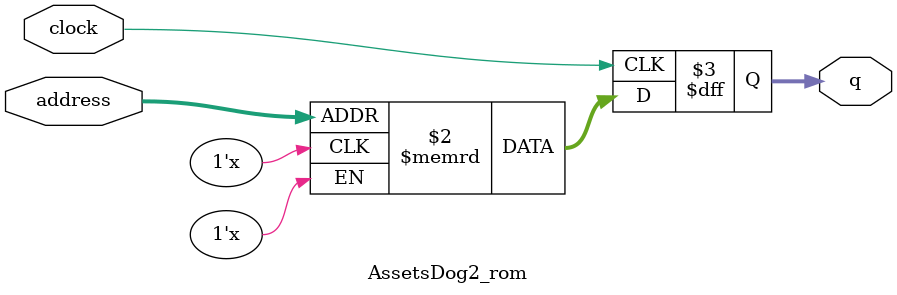
<source format=sv>
module AssetsDog2_rom (
	input logic clock,
	input logic [11:0] address,
	output logic [3:0] q
);

logic [3:0] memory [0:2119] /* synthesis ram_init_file = "./AssetsDog2/AssetsDog2.mif" */;

always_ff @ (posedge clock) begin
	q <= memory[address];
end

endmodule

</source>
